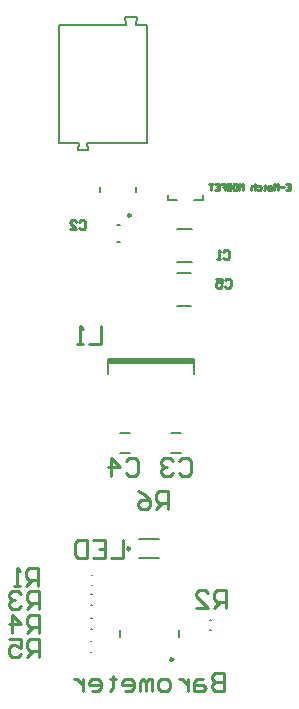
<source format=gbo>
G04*
G04 #@! TF.GenerationSoftware,Altium Limited,Altium Designer,23.1.1 (15)*
G04*
G04 Layer_Color=32896*
%FSLAX25Y25*%
%MOIN*%
G70*
G04*
G04 #@! TF.SameCoordinates,0BDBEAC4-C0BD-4DD4-8220-68B77C2E4246*
G04*
G04*
G04 #@! TF.FilePolarity,Positive*
G04*
G01*
G75*
%ADD10C,0.00984*%
%ADD11C,0.00787*%
%ADD12C,0.01000*%
%ADD39R,0.28740X0.02165*%
D10*
X169509Y52771D02*
G03*
X169509Y52771I-492J0D01*
G01*
X183923Y15844D02*
G03*
X183923Y15844I-492J0D01*
G01*
X169832Y163939D02*
G03*
X169832Y163939I-492J0D01*
G01*
D11*
X185268Y159312D02*
X190189D01*
X185268Y148288D02*
X190189D01*
X185071Y133702D02*
X189992D01*
X185071Y144725D02*
X189992D01*
X162130Y111047D02*
Y116000D01*
X190870Y111047D02*
Y116000D01*
X162130D02*
X190870D01*
X166311Y84539D02*
X169647D01*
X166311Y91429D02*
X169647D01*
X183289D02*
X186625D01*
X183289Y84539D02*
X186625D01*
X172580Y49523D02*
X179076D01*
X172580Y56019D02*
X179076D01*
X166206Y23262D02*
Y25750D01*
X185891Y23262D02*
Y25750D01*
X156803Y44172D02*
X157000D01*
X156803Y40628D02*
X157000D01*
X156705Y37671D02*
X156902D01*
X156705Y34127D02*
X156902D01*
X156606Y29624D02*
X156803D01*
X156606Y26081D02*
X156803D01*
X156503Y18403D02*
X156700D01*
X156503Y21947D02*
X156700D01*
X145786Y227486D02*
X145786Y188116D01*
X152184Y185753D02*
X155530D01*
X155235Y188116D02*
X155530Y185753D01*
X152184D02*
X152479Y188116D01*
X145786D02*
X152479D01*
X175314D02*
Y227486D01*
X155235Y188116D02*
X175314D01*
X168030Y229848D02*
X171770D01*
X171573Y227486D02*
X171770Y229848D01*
X168030D02*
X168227Y227486D01*
X171573D02*
X175314D01*
X145786D02*
X168227D01*
X165339Y154927D02*
X166324D01*
X165339Y160636D02*
X166324D01*
X193809Y169157D02*
Y170820D01*
X182391Y169157D02*
X185390D01*
X190810D02*
X193809D01*
X182391D02*
Y170820D01*
X159695Y171716D02*
Y173484D01*
X171505Y171716D02*
Y173484D01*
X196203Y29115D02*
X196400D01*
X196203Y25572D02*
X196400D01*
D12*
X200700Y151800D02*
X201200Y152299D01*
X202200D01*
X202699Y151800D01*
Y149800D01*
X202200Y149301D01*
X201200D01*
X200700Y149800D01*
X199700Y149301D02*
X198701D01*
X199200D01*
Y152299D01*
X199700Y151800D01*
X201136Y142182D02*
X201636Y142682D01*
X202636D01*
X203136Y142182D01*
Y140182D01*
X202636Y139683D01*
X201636D01*
X201136Y140182D01*
X198137Y142682D02*
X200137D01*
Y141182D01*
X199137Y141682D01*
X198637D01*
X198137Y141182D01*
Y140182D01*
X198637Y139683D01*
X199637D01*
X200137Y140182D01*
X159968Y126842D02*
Y120844D01*
X155970D01*
X153970D02*
X151971D01*
X152971D01*
Y126842D01*
X153970Y125842D01*
X168255Y81948D02*
X169255Y82948D01*
X171254D01*
X172254Y81948D01*
Y77950D01*
X171254Y76950D01*
X169255D01*
X168255Y77950D01*
X163257Y76950D02*
Y82948D01*
X166256Y79949D01*
X162257D01*
X185901Y81948D02*
X186901Y82948D01*
X188900D01*
X189900Y81948D01*
Y77950D01*
X188900Y76950D01*
X186901D01*
X185901Y77950D01*
X183902Y81948D02*
X182902Y82948D01*
X180903D01*
X179903Y81948D01*
Y80949D01*
X180903Y79949D01*
X181903D01*
X180903D01*
X179903Y78949D01*
Y77950D01*
X180903Y76950D01*
X182902D01*
X183902Y77950D01*
X167139Y55770D02*
Y49772D01*
X163140D01*
X157142Y55770D02*
X161141D01*
Y49772D01*
X157142D01*
X161141Y52771D02*
X159142D01*
X155143Y55770D02*
Y49772D01*
X152144D01*
X151144Y50771D01*
Y54770D01*
X152144Y55770D01*
X155143D01*
X201041Y11472D02*
Y5474D01*
X198042D01*
X197042Y6474D01*
Y7474D01*
X198042Y8473D01*
X201041D01*
X198042D01*
X197042Y9473D01*
Y10473D01*
X198042Y11472D01*
X201041D01*
X194043Y9473D02*
X192044D01*
X191044Y8473D01*
Y5474D01*
X194043D01*
X195043Y6474D01*
X194043Y7474D01*
X191044D01*
X189045Y9473D02*
Y5474D01*
Y7474D01*
X188045Y8473D01*
X187045Y9473D01*
X186046D01*
X182047Y5474D02*
X180048D01*
X179048Y6474D01*
Y8473D01*
X180048Y9473D01*
X182047D01*
X183047Y8473D01*
Y6474D01*
X182047Y5474D01*
X177049D02*
Y9473D01*
X176049D01*
X175049Y8473D01*
Y5474D01*
Y8473D01*
X174049Y9473D01*
X173050Y8473D01*
Y5474D01*
X168051D02*
X170051D01*
X171051Y6474D01*
Y8473D01*
X170051Y9473D01*
X168051D01*
X167052Y8473D01*
Y7474D01*
X171051D01*
X164053Y10473D02*
Y9473D01*
X165052D01*
X163053D01*
X164053D01*
Y6474D01*
X163053Y5474D01*
X157055D02*
X159054D01*
X160054Y6474D01*
Y8473D01*
X159054Y9473D01*
X157055D01*
X156055Y8473D01*
Y7474D01*
X160054D01*
X154056Y9473D02*
Y5474D01*
Y7474D01*
X153056Y8473D01*
X152057Y9473D01*
X151057D01*
X138899Y40401D02*
Y46399D01*
X135900D01*
X134900Y45399D01*
Y43400D01*
X135900Y42400D01*
X138899D01*
X136899D02*
X134900Y40401D01*
X132901D02*
X130901D01*
X131901D01*
Y46399D01*
X132901Y45399D01*
X139098Y32668D02*
Y38666D01*
X136099D01*
X135100Y37667D01*
Y35667D01*
X136099Y34668D01*
X139098D01*
X137099D02*
X135100Y32668D01*
X133100Y37667D02*
X132101Y38666D01*
X130101D01*
X129102Y37667D01*
Y36667D01*
X130101Y35667D01*
X131101D01*
X130101D01*
X129102Y34668D01*
Y33668D01*
X130101Y32668D01*
X132101D01*
X133100Y33668D01*
X139098Y24627D02*
Y30625D01*
X136099D01*
X135100Y29625D01*
Y27626D01*
X136099Y26626D01*
X139098D01*
X137099D02*
X135100Y24627D01*
X130101D02*
Y30625D01*
X133100Y27626D01*
X129102D01*
X139098Y16782D02*
Y22781D01*
X136099D01*
X135100Y21781D01*
Y19782D01*
X136099Y18782D01*
X139098D01*
X137099D02*
X135100Y16782D01*
X129102Y22781D02*
X133100D01*
Y19782D01*
X131101Y20781D01*
X130101D01*
X129102Y19782D01*
Y17782D01*
X130101Y16782D01*
X132101D01*
X133100Y17782D01*
X182100Y65900D02*
Y71898D01*
X179101D01*
X178101Y70898D01*
Y68899D01*
X179101Y67899D01*
X182100D01*
X180101D02*
X178101Y65900D01*
X172103Y71898D02*
X174102Y70898D01*
X176102Y68899D01*
Y66900D01*
X175102Y65900D01*
X173103D01*
X172103Y66900D01*
Y67899D01*
X173103Y68899D01*
X176102D01*
X201400Y32900D02*
Y38898D01*
X198401D01*
X197401Y37898D01*
Y35899D01*
X198401Y34899D01*
X201400D01*
X199401D02*
X197401Y32900D01*
X191403D02*
X195402D01*
X191403Y36899D01*
Y37898D01*
X192403Y38898D01*
X194402D01*
X195402Y37898D01*
X221597Y174460D02*
X222930D01*
Y172461D01*
X221597D01*
X222930Y173460D02*
X222264D01*
X220931D02*
X219598D01*
X218932Y172461D02*
Y174460D01*
X218265Y173793D01*
X217599Y174460D01*
Y172461D01*
X216599Y173793D02*
X215932D01*
X215599Y173460D01*
Y172461D01*
X216599D01*
X216932Y172794D01*
X216599Y173127D01*
X215599D01*
X214600Y174127D02*
Y173793D01*
X214933D01*
X214266D01*
X214600D01*
Y172794D01*
X214266Y172461D01*
X211934Y173793D02*
X212933D01*
X213267Y173460D01*
Y172794D01*
X212933Y172461D01*
X211934D01*
X211267Y174460D02*
Y172461D01*
Y173460D01*
X210934Y173793D01*
X210268D01*
X209934Y173460D01*
Y172461D01*
X207269D02*
Y174460D01*
X206602Y173793D01*
X205936Y174460D01*
Y172461D01*
X204270Y174460D02*
X204936D01*
X205269Y174127D01*
Y172794D01*
X204936Y172461D01*
X204270D01*
X203936Y172794D01*
Y174127D01*
X204270Y174460D01*
X201937Y174127D02*
X202270Y174460D01*
X202937D01*
X203270Y174127D01*
Y173793D01*
X202937Y173460D01*
X202270D01*
X201937Y173127D01*
Y172794D01*
X202270Y172461D01*
X202937D01*
X203270Y172794D01*
X199938Y174460D02*
X201271D01*
Y173460D01*
X200604D01*
X201271D01*
Y172461D01*
X197938Y174460D02*
X199271D01*
Y172461D01*
X197938D01*
X199271Y173460D02*
X198605D01*
X197272Y174460D02*
X195939D01*
X196606D01*
Y172461D01*
X152684Y161723D02*
X153183Y162223D01*
X154183D01*
X154683Y161723D01*
Y159723D01*
X154183Y159224D01*
X153183D01*
X152684Y159723D01*
X149685Y159224D02*
X151684D01*
X149685Y161223D01*
Y161723D01*
X150184Y162223D01*
X151184D01*
X151684Y161723D01*
D39*
X176630Y115418D02*
D03*
M02*

</source>
